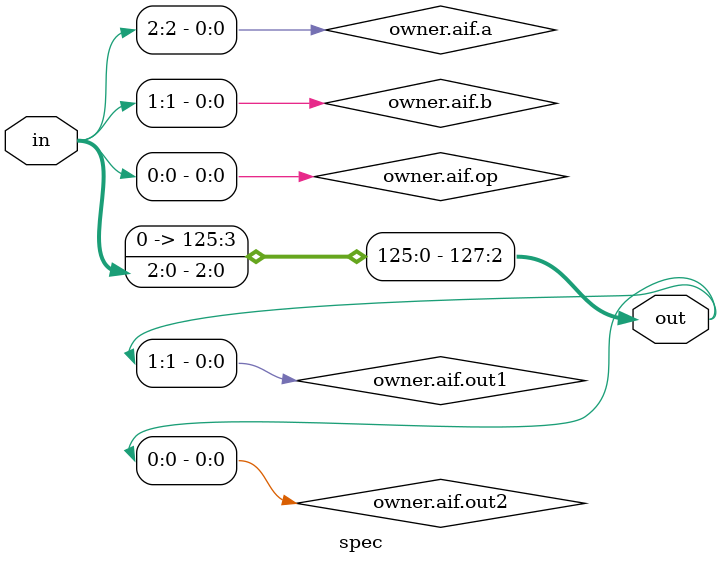
<source format=sv>


interface alu_iface ();
  logic [3:0] a;
  logic [3:0] b;
  logic [3:0] op;
  logic [3:0] out1;
  logic [3:0] out2;

  modport unit1(input op, a, b, output out1);

endinterface

module alu1 (alu_iface aif);

   assign aif.out1 = aif.op[1] ?
		     aif.op[0] ? aif.a + aif.b : aif.a - aif.b :
		     aif.op[0] ? aif.a & aif.b : aif.a | aif.b;

endmodule

module alu2 (alu_iface aif);

  assign aif.out2 = ~aif.out1;

endmodule


module aluowner ;

  alu_iface aif ();

endmodule

module spec (input logic [127:0] in,
	     output wire [127:0] out);

  aluowner owner();

  alu1 aluinst1 (owner.aif.unit1);
  alu2 aluinst2 (owner.aif);

  assign {owner.aif.a, owner.aif.b, owner.aif.op} = in;

  assign out = { owner.aif.a, owner.aif.b, owner.aif.op, owner.aif.out1, owner.aif.out2 };

endmodule // spec

</source>
